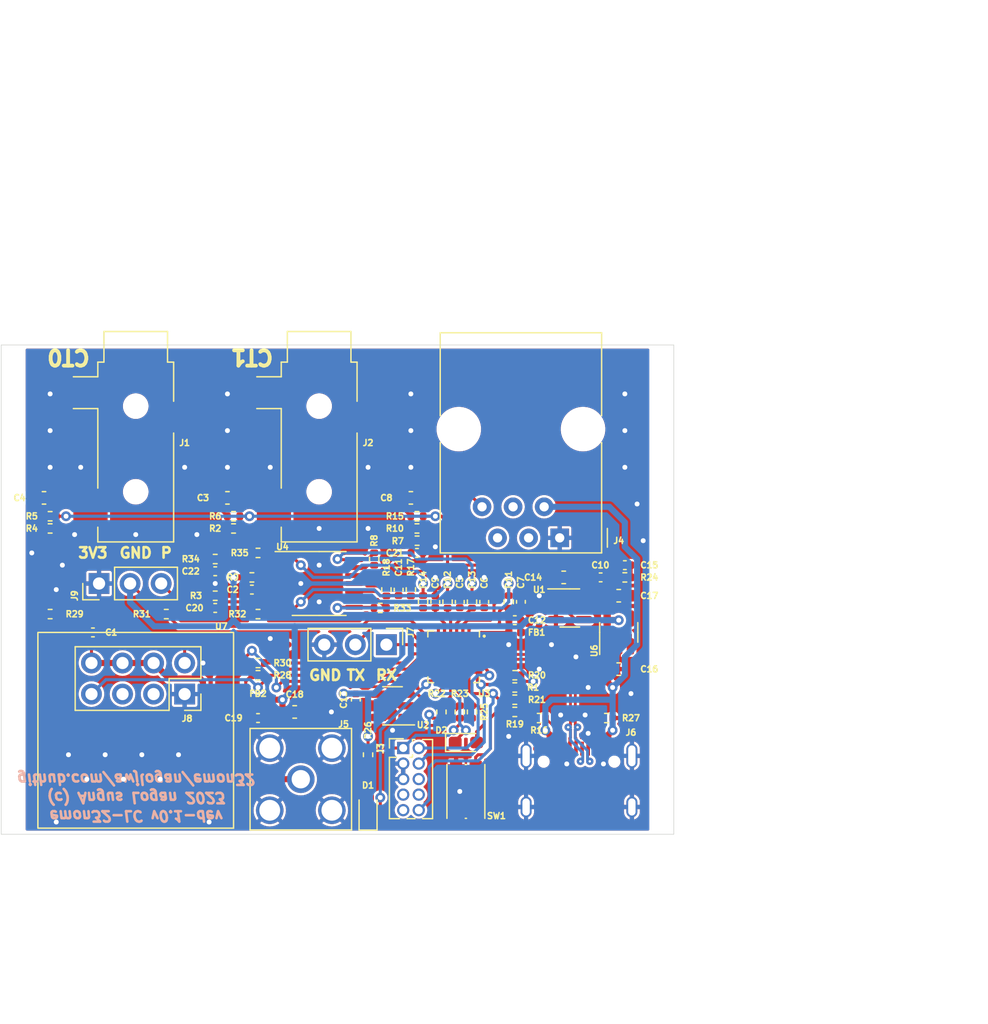
<source format=kicad_pcb>
(kicad_pcb (version 20211014) (generator pcbnew)
  (layers (0 "F.Cu" signal) (1 "In1.Cu" signal) (2 "In2.Cu" signal) (31 "B.Cu" signal) (34 "B.Paste" user) (35 "F.Paste" user) (36 "B.SilkS" user "B.Silkscreen") (37 "F.SilkS" user "F.Silkscreen") (38 "B.Mask" user) (39 "F.Mask" user) (44 "Edge.Cuts" user))
  (net 0 "")
  (net 1 "GND")
  (net 2 "+3V3")
  (net 3 "/V_REF")
  (net 4 "/V_MID")
  (net 5 "/SWCLK")
  (net 6 "/SWDIO")
  (net 7 "+5V")
  (net 8 "Net-(D1-Pad2)")
  (net 9 "/I_CHAN_0")
  (net 10 "/I_CHAN_1")
  (net 11 "/V_AC")
  (net 12 "Net-(D2-Pad2)")
  (net 13 "/~{RST}")
  (net 14 "/SDA")
  (net 15 "/SCL")
  (net 16 "/USB_D+")
  (net 17 "/USB_D-")
  (net 18 "/V_AC_RAW0")
  (net 19 "/UART_DBG_TX")
  (net 20 "/UART_DBG_RX")
  (net 21 "Net-(C2-Pad1)")
  (net 22 "Net-(C3-Pad1)")
  (net 23 "Net-(C3-Pad2)")
  (net 24 "Net-(C4-Pad1)")
  (net 25 "Net-(C4-Pad2)")
  (net 26 "Net-(C8-Pad1)")
  (net 27 "Net-(C10-Pad1)")
  (net 28 "Net-(C11-Pad1)")
  (net 29 "Net-(C12-Pad1)")
  (net 39 "/3V3_TX")
  (net 40 "Net-(J6-PadA5)")
  (net 42 "Net-(J6-PadB5)")
  (net 44 "Net-(R11-Pad2)")
  (net 45 "Net-(R12-Pad2)")
  (net 46 "Net-(R13-Pad1)")
  (net 47 "Net-(R14-Pad2)")
  (net 48 "Net-(R19-Pad2)")
  (net 51 "/~{SS}")
  (net 52 "/SCK")
  (net 53 "/LED_STATUS")
  (net 54 "/LED_PROG")
  (net 57 "/MISO{slash}UART_DATA_RX")
  (net 58 "/MOSI{slash}UART_DATA_TX")
  (net 65 "Net-(R30-Pad2)")
  (net 66 "Net-(R29-Pad2)")
  (net 67 "Net-(R28-Pad2)")
  (net 68 "Net-(J5-Pad1)")
  (net 69 "/PULSE{slash}DS18B20")
  (net 70 "Net-(R1-Pad2)")
  (net 71 "Net-(C20-Pad2)")
  (net 72 "Net-(C21-Pad2)")
  (net 73 "Net-(C22-Pad2)")
  (net 74 "Net-(R8-Pad1)")
  (net 75 "Net-(R32-Pad2)")
  (net 76 "Net-(R33-Pad2)")
  (net 77 "Net-(R35-Pad2)")
  (footprint "Capacitor_SMD:C_0402_1005Metric" (layer "F.Cu") (at 147.5 125 90)
    (fp_text reference "C11")
    (fp_text value "100n")
  )
  (footprint "Capacitor_SMD:C_0402_1005Metric" (layer "F.Cu") (at 135.5 125 180)
    (fp_text reference "C2")
    (fp_text value "100n")
  )
  (footprint "Resistor_SMD:R_0402_1005Metric" (layer "F.Cu") (at 148.5 125 90)
    (fp_text reference "R17")
    (fp_text value "47K")
  )
  (footprint "Resistor_SMD:R_0402_1005Metric" (layer "F.Cu") (at 146.5 125 -90)
    (fp_text reference "R18")
    (fp_text value "47K")
  )
  (footprint "Resistor_SMD:R_0402_1005Metric" (layer "F.Cu") (at 135.5 124 180)
    (fp_text reference "R9")
    (fp_text value "22R")
  )
  (footprint "Capacitor_SMD:C_0603_1608Metric_Pad1.08x0.95mm_HandSolder" (layer "F.Cu") (at 165.5 131.5)
    (fp_text reference "C16")
    (fp_text value "2u2")
  )
  (footprint "Capacitor_SMD:C_0603_1608Metric_Pad1.08x0.95mm_HandSolder" (layer "F.Cu") (at 165.5 125.5)
    (fp_text reference "C17")
    (fp_text value "2u2")
  )
  (footprint "LED_SMD:LED_0603_1608Metric_Pad1.05x0.95mm_HandSolder" (layer "F.Cu") (at 145 143 90)
    (fp_text reference "D1")
    (fp_text value "LED")
  )
  (footprint "Resistor_SMD:R_0402_1005Metric" (layer "F.Cu") (at 157 135 180)
    (fp_text reference "R19")
    (fp_text value "330R")
  )
  (footprint "Button_Switch_SMD:SW_Push_1P1T_NO_CK_KMR2" (layer "F.Cu") (at 153 141.5 90)
    (fp_text reference "SW1")
    (fp_text value "SW_Push")
  )
  (footprint "Resistor_SMD:R_0402_1005Metric" (layer "F.Cu") (at 157 132 180)
    (fp_text reference "R20")
    (fp_text value "3K3")
  )
  (footprint "Resistor_SMD:R_0402_1005Metric" (layer "F.Cu") (at 157 134 180)
    (fp_text reference "R21")
    (fp_text value "5K1")
  )
  (footprint "Resistor_SMD:R_0402_1005Metric" (layer "F.Cu") (at 145 138.5 -90)
    (fp_text reference "R26")
    (fp_text value "330R")
  )
  (footprint "Capacitor_SMD:C_0402_1005Metric" (layer "F.Cu") (at 157 127.5)
    (fp_text reference "C12")
    (fp_text value "100n")
  )
  (footprint "Capacitor_SMD:C_0402_1005Metric" (layer "F.Cu") (at 164.02 124 180)
    (fp_text reference "C10")
    (fp_text value "100n")
  )
  (footprint "Resistor_SMD:R_0402_1005Metric" (layer "F.Cu") (at 166 124)
    (fp_text reference "R24")
    (fp_text value "22R")
  )
  (footprint "Capacitor_SMD:C_0402_1005Metric" (layer "F.Cu") (at 166 123 180)
    (fp_text reference "C15")
    (fp_text value "100n")
  )
  (footprint "Connector_PinHeader_1.27mm:PinHeader_2x05_P1.27mm_Vertical" (layer "F.Cu") (at 147.875 137.95)
    (fp_text reference "J3")
    (fp_text value "Conn_02x05_Odd_Even")
  )
  (footprint "LED_SMD:LED_0603_1608Metric_Pad1.05x0.95mm_HandSolder" (layer "F.Cu") (at 153 137.5)
    (fp_text reference "D2")
    (fp_text value "LED")
  )
  (footprint "Resistor_SMD:R_0402_1005Metric" (layer "F.Cu") (at 153.5 135 90)
    (fp_text reference "R25")
    (fp_text value "330R")
  )
  (footprint "Capacitor_SMD:C_0402_1005Metric" (layer "F.Cu") (at 144 134 -90)
    (fp_text reference "C13")
    (fp_text value "100n")
  )
  (footprint "Resistor_SMD:R_0402_1005Metric" (layer "F.Cu") (at 151 135 90)
    (fp_text reference "R22")
    (fp_text value "3K3")
  )
  (footprint "Resistor_SMD:R_0402_1005Metric" (layer "F.Cu") (at 152.5 135 90)
    (fp_text reference "R23")
    (fp_text value "3K3")
  )
  (footprint "Inductor_SMD:L_0402_1005Metric" (layer "F.Cu") (at 157 128.5 180)
    (fp_text reference "FB1")
    (fp_text value "FerriteBead_Small")
  )
  (footprint "Capacitor_SMD:C_0603_1608Metric_Pad1.08x0.95mm_HandSolder" (layer "F.Cu") (at 161 124)
    (fp_text reference "C14")
    (fp_text value "2u2")
  )
  (footprint "Connector_RJ:RJ12_Amphenol_54601" (layer "F.Cu") (at 160.67 120.77 180)
    (fp_text reference "J4")
    (fp_text value "RJ12")
  )
  (footprint "Resistor_SMD:R_0402_1005Metric" (layer "F.Cu") (at 146 126.5)
    (fp_text reference "R33")
    (fp_text value "330R")
  )
  (footprint "Capacitor_SMD:C_0402_1005Metric" (layer "F.Cu") (at 122.5 128.5)
    (fp_text reference "C1")
    (fp_text value "100n")
  )
  (footprint "Connector_Coaxial:SMA_Amphenol_132203-12_Horizontal" (layer "F.Cu") (at 139.5 140.5 180)
    (fp_text reference "J5")
    (fp_text value "Conn_Coaxial")
  )
  (footprint "Resistor_SMD:R_0402_1005Metric" (layer "F.Cu") (at 149 120)
    (fp_text reference "R10")
    (fp_text value "47K")
  )
  (footprint "Resistor_SMD:R_0402_1005Metric" (layer "F.Cu") (at 134 120)
    (fp_text reference "R2")
    (fp_text value "47K")
  )
  (footprint "Capacitor_SMD:C_0402_1005Metric" (layer "F.Cu") (at 149 122 180)
    (fp_text reference "C21")
    (fp_text value "10n")
  )
  (footprint "Capacitor_SMD:C_0402_1005Metric" (layer "F.Cu") (at 132.5 123.5)
    (fp_text reference "C22")
    (fp_text value "10n")
  )
  (footprint "rfm69cw:RFM69CW" (layer "F.Cu") (at 126 136.5 180)
    (fp_text reference "U7")
    (fp_text value "RFM69CW")
  )
  (footprint "Resistor_SMD:R_0402_1005Metric" (layer "F.Cu") (at 136 132 180)
    (fp_text reference "R28")
    (fp_text value "22R")
  )
  (footprint "Capacitor_SMD:C_0402_1005Metric" (layer "F.Cu") (at 152.5 126 -90)
    (fp_text reference "C5")
    (fp_text value "1n")
  )
  (footprint "Resistor_SMD:R_0402_1005Metric" (layer "F.Cu") (at 145.5 122.5 90)
    (fp_text reference "R8")
    (fp_text value "330R")
  )
  (footprint "Resistor_SMD:R_0402_1005Metric" (layer "F.Cu") (at 151.5 126 90)
    (fp_text reference "R12")
    (fp_text value "330R")
  )
  (footprint "Capacitor_SMD:C_0402_1005Metric" (layer "F.Cu") (at 154.5 126 -90)
    (fp_text reference "C6")
    (fp_text value "1n")
  )
  (footprint "Resistor_SMD:R_0402_1005Metric" (layer "F.Cu") (at 153.5 126 -90)
    (fp_text reference "R13")
    (fp_text value "330R")
  )
  (footprint "Resistor_SMD:R_0402_1005Metric" (layer "F.Cu") (at 136 127 180)
    (fp_text reference "R32")
    (fp_text value "330R")
  )
  (footprint "Resistor_SMD:R_0402_1005Metric" (layer "F.Cu") (at 164.5 135.5)
    (fp_text reference "R27")
    (fp_text value "5K1")
  )
  (footprint "Resistor_SMD:R_0402_1005Metric" (layer "F.Cu") (at 136 122 180)
    (fp_text reference "R35")
    (fp_text value "330R")
  )
  (footprint "Resistor_SMD:R_0402_1005Metric" (layer "F.Cu") (at 119 120)
    (fp_text reference "R4")
    (fp_text value "47K")
  )
  (footprint "Capacitor_SMD:C_0603_1608Metric_Pad1.08x0.95mm_HandSolder" (layer "F.Cu") (at 139 135)
    (fp_text reference "C18")
    (fp_text value "2u2")
  )
  (footprint "Resistor_SMD:R_0402_1005Metric" (layer "F.Cu") (at 119 119 180)
    (fp_text reference "R5")
    (fp_text value "47K")
  )
  (footprint "Capacitor_SMD:C_0402_1005Metric" (layer "F.Cu") (at 157.5 126 90)
    (fp_text reference "C7")
    (fp_text value "1n")
  )
  (footprint "Package_TO_SOT_SMD:SOT-23-5" (layer "F.Cu") (at 147 134.5 180)
    (fp_text reference "U2")
    (fp_text value "AT24CS01-STUM")
  )
  (footprint "Resistor_SMD:R_0402_1005Metric" (layer "F.Cu") (at 149 119 180)
    (fp_text reference "R15")
    (fp_text value "47K")
  )
  (footprint "Resistor_SMD:R_0402_1005Metric" (layer "F.Cu") (at 128.5 127)
    (fp_text reference "R31")
    (fp_text value "3K3")
  )
  (footprint "Capacitor_SMD:C_0603_1608Metric" (layer "F.Cu") (at 148.5 117.5)
    (fp_text reference "C8")
    (fp_text value "10u")
  )
  (footprint "Resistor_SMD:R_0402_1005Metric" (layer "F.Cu") (at 132.5 122.5 180)
    (fp_text reference "R34")
    (fp_text value "3K3")
  )
  (footprint "Resistor_SMD:R_0402_1005Metric" (layer "F.Cu") (at 149.01 121 180)
    (fp_text reference "R7")
    (fp_text value "3K3")
  )
  (footprint "Fiducial:Fiducial_0.5mm_Mask1mm" (layer "F.Cu") (at 138.5 129.5)
    (fp_text reference "FID2" hide)
    (fp_text value "Fiducial")
  )
  (footprint "Resistor_SMD:R_0402_1005Metric" (layer "F.Cu") (at 134 119 180)
    (fp_text reference "R6")
    (fp_text value "47K")
  )
  (footprint "Package_DFN_QFN:QFN-24-1EP_4x4mm_P0.5mm_EP2.6x2.6mm" (layer "F.Cu") (at 152 130.5 -90)
    (fp_text reference "U3")
    (fp_text value "ATSAMD11D14A-M")
  )
  (footprint "Resistor_SMD:R_0402_1005Metric" (layer "F.Cu") (at 136 131 180)
    (fp_text reference "R30")
    (fp_text value "22R")
  )
  (footprint "Connector_Audio:Jack_3.5mm_CUI_SJ-3523-SMT_Horizontal" (layer "F.Cu") (at 141 112.5)
    (fp_text reference "J2")
    (fp_text value "AudioJack3_Ground_Switch")
  )
  (footprint "Connector_Audio:Jack_3.5mm_CUI_SJ-3523-SMT_Horizontal" (layer "F.Cu") (at 126 112.5)
    (fp_text reference "J1")
    (fp_text value "AudioJack3_Ground_Switch")
  )
  (footprint "Package_TO_SOT_SMD:SOT-23-6" (layer "F.Cu") (at 161.5 126.5)
    (fp_text reference "U1")
    (fp_text value "MCP1501-10xCH")
  )
  (footprint "Fiducial:Fiducial_0.5mm_Mask1mm" (layer "F.Cu") (at 160.5 132.5)
    (fp_text reference "FID1" hide)
    (fp_text value "Fiducial")
  )
  (footprint "Resistor_SMD:R_0402_1005Metric" (layer "F.Cu") (at 132.5 125.5 180)
    (fp_text reference "R3")
    (fp_text value "3K3")
  )
  (footprint "Resistor_SMD:R_0402_1005Metric" (layer "F.Cu") (at 156.5 126 90)
    (fp_text reference "R11")
    (fp_text value "330R")
  )
  (footprint "Package_SO:TSSOP-14_4.4x5mm_P0.65mm" (layer "F.Cu") (at 141 124.5)
    (fp_text reference "U4")
    (fp_text value "MCP6004")
  )
  (footprint "Capacitor_SMD:C_0402_1005Metric" (layer "F.Cu") (at 150.5 126 -90)
    (fp_text reference "C9")
    (fp_text value "1n")
  )
  (footprint "Resistor_SMD:R_0402_1005Metric" (layer "F.Cu") (at 159 135.5 180)
    (fp_text reference "R16")
    (fp_text value "5K1")
  )
  (footprint "Inductor_SMD:L_0402_1005Metric" (layer "F.Cu") (at 136 134.5)
    (fp_text reference "FB2")
    (fp_text value "FerriteBead_Small")
  )
  (footprint "Capacitor_SMD:C_0402_1005Metric" (layer "F.Cu") (at 132.5 126.5)
    (fp_text reference "C20")
    (fp_text value "10n")
  )
  (footprint "Capacitor_SMD:C_0603_1608Metric" (layer "F.Cu") (at 118.5 117.5)
    (fp_text reference "C4")
    (fp_text value "10u")
  )
  (footprint "Resistor_SMD:R_0402_1005Metric" (layer "F.Cu") (at 119 127 180)
    (fp_text reference "R29")
    (fp_text value "22R")
  )
  (footprint "Capacitor_SMD:C_0402_1005Metric" (layer "F.Cu") (at 136 135.5)
    (fp_text reference "C19")
    (fp_text value "100n")
  )
  (footprint "valcon-usb:CSP-USC16-TR" (layer "F.Cu") (at 162.5 141.5)
    (fp_text reference "J6")
    (fp_text value "USB_C_Receptacle_USB2.0")
  )
  (footprint "Connector_PinHeader_2.54mm:PinHeader_1x03_P2.54mm_Vertical" (layer "F.Cu") (at 146.5 129.5 -90)
    (fp_text reference "J7")
    (fp_text value "Conn_01x03_Male")
  )
  (footprint "Resistor_SMD:R_0402_1005Metric" (layer "F.Cu") (at 149.5 126 90)
    (fp_text reference "R14")
    (fp_text value "330R")
  )
  (footprint "Connector_PinSocket_2.54mm:PinSocket_2x04_P2.54mm_Vertical" (layer "F.Cu") (at 130 133.54 -90)
    (fp_text reference "J8")
    (fp_text value "Conn_02x04_Odd_Even")
  )
  (footprint "Capacitor_SMD:C_0603_1608Metric" (layer "F.Cu") (at 133.5 117.5)
    (fp_text reference "C3")
    (fp_text value "10u")
  )
  (footprint "Resistor_SMD:R_0402_1005Metric" (layer "F.Cu") (at 157 133 180)
    (fp_text reference "R1")
    (fp_text value "5K1")
  )
  (footprint "Connector_PinHeader_2.54mm:PinHeader_1x03_P2.54mm_Vertical" (layer "F.Cu") (at 123 124.5 90)
    (fp_text reference "J9")
    (fp_text value "Conn_01x03_Male")
  )
  (footprint "Package_TO_SOT_SMD:SOT-23-5" (layer "F.Cu") (at 165.5 128.5 90)
    (fp_text reference "U6")
    (fp_text value "AP2112K-3.3")
  )
  (gr_line (start 115 105) (end 115 145) (layer "Edge.Cuts") (width 0.05))
  (gr_line (start 170 105) (end 115 105) (layer "Edge.Cuts") (width 0.05))
  (gr_line (start 170 145) (end 170 105) (layer "Edge.Cuts") (width 0.05))
  (gr_line (start 115 145) (end 170 145) (layer "Edge.Cuts") (width 0.05))
  (gr_text "github.com/awjlogan/emon32" (at 126 140.5 180) (layer "B.SilkS") (effects (font (size 0.85 0.85) (thickness 0.2125) italic) (justify mirror)))
  (gr_text "(c) Angus Logan 2023" (at 126 142 180) (layer "B.SilkS") (effects (font (size 0.85 0.85) (thickness 0.2125) italic) (justify mirror)))
  (gr_text "emon32-LC v0.1-dev" (at 126 143.5 180) (layer "B.SilkS") (effects (font (size 0.85 0.85) (thickness 0.2125) italic) (justify mirror)))
  (gr_text "TX" (at 144 132) (layer "F.SilkS") (effects (font (size 0.85 0.85) (thickness 0.2125))))
  (gr_text "." (at 154.5 128.5) (layer "F.SilkS") (effects (font (size 0.75 0.75) (thickness 0.1875))))
  (gr_text "CT0" (at 120.5 106 180) (layer "F.SilkS") (effects (font (size 1.25 1.25) (thickness 0.3125))))
  (gr_text "3V3" (at 122.5 122) (layer "F.SilkS") (effects (font (size 0.85 0.85) (thickness 0.2125))))
  (gr_text "GND" (at 141.5 132) (layer "F.SilkS") (effects (font (size 0.85 0.85) (thickness 0.2125))))
  (gr_text "GND" (at 126 122) (layer "F.SilkS") (effects (font (size 0.85 0.85) (thickness 0.2125))))
  (gr_text "CT1" (at 135.5 106 180) (layer "F.SilkS") (effects (font (size 1.25 1.25) (thickness 0.3125))))
  (gr_text "P" (at 128.5 122) (layer "F.SilkS") (effects (font (size 0.85 0.85) (thickness 0.2125))))
  (gr_text "RX" (at 146.5 132) (layer "F.SilkS") (effects (font (size 0.85 0.85) (thickness 0.2125))))
  (via (at 152.5 141.5) (size 0.8) (drill 0.4) (layers "F.Cu" "B.Cu") (net 1))
  (via (at 142 135) (size 0.8) (drill 0.4) (layers "F.Cu" "B.Cu") (net 1))
  (via (at 131.5 131) (size 0.8) (drill 0.4) (layers "F.Cu" "B.Cu") (net 1))
  (via (at 166 109) (size 0.8) (drill 0.4) (layers "F.Cu" "B.Cu") (net 1))
  (via (at 122 140.5) (size 0.8) (drill 0.4) (layers "F.Cu" "B.Cu") (net 1))
  (via (at 121 120.5) (size 0.8) (drill 0.4) (layers "F.Cu" "B.Cu") (net 1))
  (via (at 163 136.75) (size 0.8) (drill 0.4) (layers "F.Cu" "B.Cu") (net 1))
  (via (at 133.5 115) (size 0.8) (drill 0.4) (layers "F.Cu" "B.Cu") (net 1))
  (via (at 139.5 124.5) (size 0.8) (drill 0.4) (layers "F.Cu" "B.Cu") (net 1))
  (via (at 141 126) (size 0.8) (drill 0.4) (layers "F.Cu" "B.Cu") (net 1))
  (via (at 129.5 138.5) (size 0.8) (drill 0.4) (layers "F.Cu" "B.Cu") (net 1))
  (via (at 150.5 121.5) (size 0.8) (drill 0.4) (layers "F.Cu" "B.Cu") (net 1))
  (via (at 159 125.5) (size 0.8) (drill 0.4) (layers "F.Cu" "B.Cu") (net 1))
  (via (at 166.5 133.5) (size 0.8) (drill 0.4) (layers "F.Cu" "B.Cu") (net 1))
  (via (at 145 115) (size 0.8) (drill 0.4) (layers "F.Cu" "B.Cu") (net 1))
  (via (at 128 140.5) (size 0.8) (drill 0.4) (layers "F.Cu" "B.Cu") (net 1))
  (via (at 133.5 109) (size 0.8) (drill 0.4) (layers "F.Cu" "B.Cu") (net 1))
  (via (at 133.5 112) (size 0.8) (drill 0.4) (layers "F.Cu" "B.Cu") (net 1))
  (via (at 156.5 129.5) (size 0.8) (drill 0.4) (layers "F.Cu" "B.Cu") (net 1))
  (via (at 119 109) (size 0.8) (drill 0.4) (layers "F.Cu" "B.Cu") (net 1))
  (via (at 150.5 124) (size 0.8) (drill 0.4) (layers "F.Cu" "B.Cu") (net 1))
  (via (at 126 120.5) (size 0.8) (drill 0.4) (layers "F.Cu" "B.Cu") (net 1))
  (via (at 141 123) (size 0.8) (drill 0.4) (layers "F.Cu" "B.Cu") (net 1))
  (via (at 162 130.5) (size 0.8) (drill 0.4) (layers "F.Cu" "B.Cu") (net 1))
  (via (at 119 112) (size 0.8) (drill 0.4) (layers "F.Cu" "B.Cu") (net 1))
  (via (at 167.5 121) (size 0.8) (drill 0.4) (layers "F.Cu" "B.Cu") (net 1))
  (via (at 156.5 137) (size 0.8) (drill 0.4) (layers "F.Cu" "B.Cu") (net 1))
  (via (at 163 133) (size 0.8) (drill 0.4) (layers "F.Cu" "B.Cu") (net 1))
  (via (at 131 120.5) (size 0.8) (drill 0.4) (layers "F.Cu" "B.Cu") (net 1))
  (via (at 126.5 138.5) (size 0.8) (drill 0.4) (layers "F.Cu" "B.Cu") (net 1))
  (via (at 119.5 144) (size 0.8) (drill 0.4) (layers "F.Cu" "B.Cu") (net 1))
  (via (at 159 131.5) (size 0.8) (drill 0.4) (layers "F.Cu" "B.Cu") (net 1))
  (via (at 148.5 112) (size 0.8) (drill 0.4) (layers "F.Cu" "B.Cu") (net 1))
  (via (at 117.5 122) (size 0.8) (drill 0.4) (layers "F.Cu" "B.Cu") (net 1))
  (via (at 141 120) (size 0.8) (drill 0.4) (layers "F.Cu" "B.Cu") (net 1))
  (via (at 162.75 135.25) (size 0.8) (drill 0.4) (layers "F.Cu" "B.Cu") (net 1))
  (via (at 148.5 115) (size 0.8) (drill 0.4) (layers "F.Cu" "B.Cu") (net 1))
  (via (at 130 115) (size 0.8) (drill 0.4) (layers "F.Cu" "B.Cu") (net 1))
  (via (at 123.5 138.5) (size 0.8) (drill 0.4) (layers "F.Cu" "B.Cu") (net 1))
  (via (at 160.75 135.25) (size 0.8) (drill 0.4) (layers "F.Cu" "B.Cu") (net 1))
  (via (at 132.5 124.5) (size 0.8) (drill 0.4) (layers "F.Cu" "B.Cu") (net 1))
  (via (at 119.5 125) (size 0.8) (drill 0.4) (layers "F.Cu" "B.Cu") (net 1))
  (via (at 166 115) (size 0.8) (drill 0.4) (layers "F.Cu" "B.Cu") (net 1))
  (via (at 137 129) (size 0.8) (drill 0.4) (layers "F.Cu" "B.Cu") (net 1))
  (via (at 137 115) (size 0.8) (drill 0.4) (layers "F.Cu" "B.Cu") (net 1))
  (via (at 132 144) (size 0.8) (drill 0.4) (layers "F.Cu" "B.Cu") (net 1))
  (via (at 167 118) (size 0.8) (drill 0.4) (layers "F.Cu" "B.Cu") (net 1))
  (via (at 166 112) (size 0.8) (drill 0.4) (layers "F.Cu" "B.Cu") (net 1))
  (via (at 119 115) (size 0.8) (drill 0.4) (layers "F.Cu" "B.Cu") (net 1))
  (via (at 125 140.5) (size 0.8) (drill 0.4) (layers "F.Cu" "B.Cu") (net 1))
  (via (at 121.5 115) (size 0.8) (drill 0.4) (layers "F.Cu" "B.Cu") (net 1))
  (via (at 164.25 139.25) (size 0.8) (drill 0.4) (layers "F.Cu" "B.Cu") (net 1))
  (via (at 161.25 139.25) (size 0.8) (drill 0.4) (layers "F.Cu" "B.Cu") (net 1))
  (via (at 147 136.5) (size 0.8) (drill 0.4) (layers "F.Cu" "B.Cu") (net 1))
  (via (at 152.5 124) (size 0.8) (drill 0.4) (layers "F.Cu" "B.Cu") (net 1))
  (via (at 148.5 109) (size 0.8) (drill 0.4) (layers "F.Cu" "B.Cu") (net 1))
  (via (at 160 129.5) (size 0.8) (drill 0.4) (layers "F.Cu" "B.Cu") (net 1))
  (via (at 145 120) (size 0.8) (drill 0.4) (layers "F.Cu" "B.Cu") (net 1))
  (via (at 120 123) (size 0.8) (drill 0.4) (layers "F.Cu" "B.Cu") (net 1))
  (via (at 154.5 124) (size 0.8) (drill 0.4) (layers "F.Cu" "B.Cu") (net 1))
  (via (at 120.5 138.5) (size 0.8) (drill 0.4) (layers "F.Cu" "B.Cu") (net 1))
  (segment (start 150.2955 135.51) (end 150 135.2145) (width 0.25) (layer "F.Cu") (net 2))
  (segment (start 158.5 128.5) (end 157.485 128.5) (width 0.5) (layer "F.Cu") (net 2))
  (segment (start 138 134) (end 138 134.8625) (width 0.5) (layer "F.Cu") (net 2))
  (segment (start 143 133.5) (end 143.98 133.5) (width 0.25) (layer "F.Cu") (net 2))
  (segment (start 134 124) (end 134.99 124) (width 0.5) (layer "F.Cu") (net 2))
  (segment (start 158.5 132.5) (end 157.52 132.5) (width 0.25) (layer "F.Cu") (net 2))
  (segment (start 151 135.51) (end 150.2955 135.51) (width 0.25) (layer "F.Cu") (net 2))
  (segment (start 136.5 134.5) (end 137 134) (width 0.5) (layer "F.Cu") (net 2))
  (segment (start 157.51 132) (end 157.51 132.49) (width 0.25) (layer "F.Cu") (net 2))
  (segment (start 152.5 135.51) (end 153.5 135.51) (width 0.25) (layer "F.Cu") (net 2))
  (segment (start 137 134) (end 138 134) (width 0.5) (layer "F.Cu") (net 2))
  (segment (start 159 128) (end 158.5 128.5) (width 0.5) (layer "F.Cu") (net 2))
  (segment (start 164.55 127.3625) (end 164.55 125.5875) (width 0.25) (layer "F.Cu") (net 2))
  (segment (start 164.6375 125.5) (end 165.4375 124.7) (width 0.25) (layer "F.Cu") (net 2))
  (segment (start 157.52 132.5) (end 157.51 132.49) (width 0.25) (layer "F.Cu") (net 2))
  (segment (start 144 133.52) (end 145.8325 133.52) (width 0.25) (layer "F.Cu") (net 2))
  (segment (start 165.4375 124.7) (end 165.8 124.7) (width 0.25) (layer "F.Cu") (net 2))
  (segment (start 159 127.5) (end 159 128) (width 0.5) (layer "F.Cu") (net 2))
  (segment (start 152.5 135.999854) (end 152 136.499854) (width 0.25) (layer "F.Cu") (net 2))
  (segment (start 165.3625 127.3625) (end 165.5 127.5) (width 0.25) (layer "F.Cu") (net 2))
  (segment (start 157.51 132.49) (end 157.51 133) (width 0.25) (layer "F.Cu") (net 2))
  (segment (start 145 137.99) (end 145 137) (width 0.25) (layer "F.Cu") (net 2))
  (segment (start 164.55 127.3625) (end 165.3625 127.3625) (width 0.25) (layer "F.Cu") (net 2))
  (segment (start 127.99 126.95) (end 125.54 124.5) (width 0.25) (layer "F.Cu") (net 2))
  (segment (start 152.5 135.51) (end 152.5 135.999854) (width 0.25) (layer "F.Cu") (net 2))
  (segment (start 166.51 124) (end 166.51 123.03) (width 0.25) (layer "F.Cu") (net 2))
  (segment (start 165.8 124.7) (end 166.5 124) (width 0.25) (layer "F.Cu") (net 2))
  (segment (start 147.875 137.95) (end 145.04 137.95) (width 0.25) (layer "F.Cu") (net 2))
  (via (at 150 135.2145) (size 0.8) (drill 0.4) (layers "F.Cu" "B.Cu") (net 2))
  (via (at 138 134) (size 0.8) (drill 0.4) (layers "F.Cu" "B.Cu") (net 2))
  (via (at 143 133.5) (size 0.8) (drill 0.4) (layers "F.Cu" "B.Cu") (net 2))
  (via (at 165.5 127.5) (size 0.8) (drill 0.4) (layers "F.Cu" "B.Cu") (net 2))
  (via (at 158.5 132.5) (size 0.8) (drill 0.4) (layers "F.Cu" "B.Cu") (net 2))
  (via (at 152 136.499854) (size 0.8) (drill 0.4) (layers "F.Cu" "B.Cu") (net 2))
  (via (at 159 127.5) (size 0.8) (drill 0.4) (layers "F.Cu" "B.Cu") (net 2))
  (via (at 134 124) (size 0.8) (drill 0.4) (layers "F.Cu" "B.Cu") (net 2))
  (via (at 145 137) (size 0.8) (drill 0.4) (layers "F.Cu" "B.Cu") (net 2))
  (segment (start 150 136.825) (end 150.0875 136.9125) (width 0.25) (layer "B.Cu") (net 2))
  (segment (start 157.5 128) (end 148.5 128) (width 0.5) (layer "B.Cu") (net 2))
  (segment (start 133.5 128) (end 127.5 128) (width 0.5) (layer "B.Cu") (net 2))
  (segment (start 134 127.5) (end 134 124) (width 0.5) (layer "B.Cu") (net 2))
  (segment (start 150.0875 136.9125) (end 151.587354 136.9125) (width 0.25) (layer "B.Cu") (net 2))
  (segment (start 127.5 128) (end 125.54 126.04) (width 0.5) (layer "B.Cu") (net 2))
  (segment (start 151.587354 136.9125) (end 152 136.499854) (width 0.25) (layer "B.Cu") (net 2))
  (segment (start 139 128) (end 134.5 128) (width 0.5) (layer "B.Cu") (net 2))
  (segment (start 139 133) (end 138 134) (width 0.5) (layer "B.Cu") (net 2))
  (segment (start 159 127.5) (end 165.5 127.5) (width 0.5) (layer "B.Cu") (net 2))
  (segment (start 139 128) (end 139 133) (width 0.5) (layer "B.Cu") (net 2))
  (segment (start 145.5 133.5) (end 145 133.5) (width 0.5) (layer "B.Cu") (net 2))
  (segment (start 145 133.5) (end 145 137) (width 0.5) (layer "B.Cu") (net 2))
  (segment (start 145 133.5) (end 143 133.5) (width 0.5) (layer "B.Cu") (net 2))
  (segment (start 148.9125 136.9125) (end 150.0875 136.9125) (width 0.25) (layer "B.Cu") (net 2))
  (segment (start 148.9125 136.9125) (end 147.875 137.95) (width 0.25) (layer "B.Cu") (net 2))
  (segment (start 134 127.5) (end 133.5 128) (width 0.5) (layer "B.Cu") (net 2))
  (segment (start 159 127.5) (end 158 127.5) (width 0.5) (layer "B.Cu") (net 2))
  (segment (start 157.5 131.5) (end 158.5 132.5) (width 0.25) (layer "B.Cu") (net 2))
  (segment (start 148.5 128) (end 139 128) (width 0.5) (layer "B.Cu") (net 2))
  (segment (start 157.5 128) (end 157.5 131.5) (width 0.25) (layer "B.Cu") (net 2))
  (segment (start 150 135.2145) (end 150 136.825) (width 0.25) (layer "B.Cu") (net 2))
  (segment (start 145.5 133.5) (end 148.5 130.5) (width 0.5) (layer "B.Cu") (net 2))
  (segment (start 158 127.5) (end 157.5 128) (width 0.5) (layer "B.Cu") (net 2))
  (segment (start 125.54 126.04) (end 125.54 124.5) (width 0.5) (layer "B.Cu") (net 2))
  (segment (start 148.5 128) (end 148.5 130.5) (width 0.5) (layer "B.Cu") (net 2))
  (segment (start 134.5 128) (end 134 127.5) (width 0.5) (layer "B.Cu") (net 2))
  (segment (start 149 123.5) (end 149.5 123.5) (width 0.25) (layer "F.Cu") (net 3))
  (segment (start 160.1375 124) (end 160.1375 124.6375) (width 0.25) (layer "F.Cu") (net 3))
  (segment (start 152.75 127.886396) (end 152.75 128.5625) (width 0.25) (layer "F.Cu") (net 3))
  (segment (start 149.5 123.5) (end 150 123) (width 0.25) (layer "F.Cu") (net 3))
  (segment (start 155.3 126.2) (end 155.3 127.2) (width 0.25) (layer "F.Cu") (net 3))
  (segment (start 151.5 123) (end 155.5 123) (width 0.25) (layer "F.Cu") (net 3))
  (segment (start 153.136396 127.5) (end 152.75 127.886396) (width 0.25) (layer "F.Cu") (net 3))
  (segment (start 148.5 124) (end 149 123.5) (width 0.25) (layer "F.Cu") (net 3))
  (segment (start 150 123) (end 151.5 123) (width 0.25) (layer "F.Cu") (net 3))
  (segment (start 155.5 126) (end 155.5 123) (width 0.25) (layer "F.Cu") (net 3))
  (segment (start 155 127.5) (end 153.136396 127.5) (width 0.25) (layer "F.Cu") (net 3))
  (segment (start 150.5 119) (end 151 119) (width 0.25) (layer "F.Cu") (net 3))
  (segment (start 150.5 119) (end 149.51 119) (width 0.25) (layer "F.Cu") (net 3))
  (segment (start 160.3625 125.55) (end 160.3625 124.8625) (width 0.25) (layer "F.Cu") (net 3))
  (segment (start 135.300498 119) (end 134.51 119) (width 0.25) (layer "F.Cu") (net 3))
  (segment (start 160.3625 124.8625) (end 160.1375 124.6375) (width 0.25) (layer "F.Cu") (net 3))
  (segment (start 159.1375 123) (end 160.1375 124) (width 0.25) (layer "F.Cu") (net 3))
  (segment (start 151.5 119.5) (end 151.5 123) (width 0.25) (layer "F.Cu") (net 3))
  (segment (start 119.51 119) (end 120.300498 119) (width 0.25) (layer "F.Cu") (net 3))
  (segment (start 151 119) (end 151.5 119.5) (width 0.25) (layer "F.Cu") (net 3))
  (segment (start 148.5 124.49) (end 148.5 124) (width 0.25) (layer "F.Cu") (net 3))
  (segment (start 155.5 123) (end 159.1375 123) (width 0.25) (layer "F.Cu") (net 3))
  (segment (start 155.3 126.2) (end 155.5 126) (width 0.25) (layer "F.Cu") (net 3))
  (segment (start 155.3 127.2) (end 155 127.5) (width 0.25) (layer "F.Cu") (net 3))
  (via (at 150.5 119) (size 0.8) (drill 0.4) (layers "F.Cu" "B.Cu") (net 3))
  (via (at 120.300498 119) (size 0.8) (drill 0.4) (layers "F.Cu" "B.Cu") (net 3))
  (via (at 135.300498 119) (size 0.8) (drill 0.4) (layers "F.Cu" "B.Cu") (net 3))
  (segment (start 135.300498 119) (end 150.5 119) (width 0.25) (layer "B.Cu") (net 3))
  (segment (start 120.300498 119) (end 135.300498 119) (width 0.25) (layer "B.Cu") (net 3))
  (segment (start 156.5 126.51) (end 155.99 126.51) (width 0.25) (layer "F.Cu") (net 4))
  (segment (start 155.75 126.75) (end 155.75 127.75) (width 0.25) (layer "F.Cu") (net 4))
  (segment (start 155.5 128) (end 153.5 128) (width 0.25) (layer "F.Cu") (net 4))
  (segment (start 156.5 126.51) (end 157.47 126.51) (width 0.25) (layer "F.Cu") (net 4))
  (segment (start 155.99 126.51) (end 155.75 126.75) (width 0.25) (layer "F.Cu") (net 4))
  (segment (start 153.5 128) (end 153.25 128.25) (width 0.25) (layer "F.Cu") (net 4))
  (segment (start 155.75 127.75) (end 155.5 128) (width 0.25) (layer "F.Cu") (net 4))
  (segment (start 153.25 128.25) (end 153.25 128.5625) (width 0.25) (layer "F.Cu") (net 4))
  (segment (start 153.9375 131.75) (end 153.9375 132.4375) (width 0.25) (layer "F.Cu") (net 5))
  (segment (start 153.9375 132.4375) (end 154.25 132.75) (width 0.25) (layer "F.Cu") (net 5))
  (segment (start 156 132) (end 156.49 132) (width 0.25) (layer "F.Cu") (net 5))
  (segment (start 155.75 132.5) (end 155.5 132.75) (width 0.25) (layer "F.Cu") (net 5))
  (segment (start 155.75 132.5) (end 155.75 132.25) (width 0.25) (layer "F.Cu") (net 5))
  (segment (start 154.251014 132.75) (end 154.238814 132.7622) (width 0.25) (layer "F.Cu") (net 5))
  (segment (start 154.25 132.75) (end 155.5 132.75) (width 0.25) (layer "F.Cu") (net 5))
  (segment (start 155.75 132.25) (end 156 132) (width 0.25) (layer "F.Cu") (net 5))
  (segment (start 155.5 132.75) (end 154.251014 132.75) (width 0.25) (layer "F.Cu") (net 5))
  (via (at 154.238814 132.7622) (size 0.8) (drill 0.4) (layers "F.Cu" "B.Cu") (net 5))
  (segment (start 154.238814 132.7622) (end 154.238814 133.238814) (width 0.25) (layer "B.Cu") (net 5))
  (segment (start 153.46967 138.5) (end 149.865 138.5) (width 0.25) (layer "B.Cu") (net 5))
  (segment (start 149.865 138.5) (end 149.145 139.22) (width 0.25) (layer "B.Cu") (net 5))
  (segment (start 154.238814 133.238814) (end 154.5 133.5) (width 0.25) (layer "B.Cu") (net 5))
  (segment (start 154.5 137.46967) (end 153.46967 138.5) (width 0.25) (layer "B.Cu") (net 5))
  (segment (start 154.5 133.5) (end 154.5 137.46967) (width 0.25) (layer "B.Cu") (net 5))
  (segment (start 154.75 131.861202) (end 154.914298 132.0255) (width 0.25) (layer "F.Cu") (net 6))
  (segment (start 154.398008 131.25) (end 154.75 131.601992) (width 0.25) (layer "F.Cu") (net 6))
  (segment (start 154.75 131.601992) (end 154.75 131.861202) (width 0.25) (layer "F.Cu") (net 6))
  (segment (start 153.9375 131.25) (end 154.398008 131.25) (width 0.25) (layer "F.Cu") (net 6))
  (via (at 154.914298 132.0255) (size 0.8) (drill 0.4) (layers "F.Cu" "B.Cu") (net 6))
  (segment (start 153.05 137.95) (end 154 137) (width 0.25) (layer "B.Cu") (net 6))
  (segment (start 154 137) (end 154 134) (width 0.25) (layer "B.Cu") (net 6))
  (segment (start 153.5 133.5) (end 153.5 132.475709) (width 0.25) (layer "B.Cu") (net 6))
  (segment (start 153.5 132.475709) (end 153.975709 132) (width 0.25) (layer "B.Cu") (net 6))
  (segment (start 153.975709 132) (end 154.888798 132) (width 0.25) (layer "B.Cu") (net 6))
  (segment (start 154 134) (end 153.5 133.5) (width 0.25) (layer "B.Cu") (net 6))
  (segment (start 149.145 137.95) (end 153.05 137.95) (width 0.25) (layer "B.Cu") (net 6))
  (segment (start 154.888798 132) (end 154.914298 132.0255) (width 0.25) (layer "B.Cu") (net 6))
  (segment (start 164.65 136.85) (end 165 136.5) (width 0.5) (layer "F.Cu") (net 7))
  (segment (start 164.75 128.5) (end 164.55 128.7) (width 0.25) (layer "F.Cu") (net 7))
  (segment (start 159.85 136.85) (end 159.5 136.5) (width 0.5) (layer "F.Cu") (net 7))
  (segment (start 164.55 128.7) (end 164.55 129.6375) (width 0.25) (layer "F.Cu") (net 7))
  (segment (start 166.45 129.6375) (end 166.45 128.7) (width 0.25) (layer "F.Cu") (net 7))
  (segment (start 164.55 129.6375) (end 164.55 131.4125) (width 0.5) (layer "F.Cu") (net 7))
  (segment (start 166.25 128.5) (end 164.75 128.5) (width 0.25) (layer "F.Cu") (net 7))
  (segment (start 166.45 128.7) (end 166.25 128.5) (width 0.25) (layer "F.Cu") (net 7))
  (segment (start 164.6375 132.6375) (end 165 133) (width 0.5) (layer "F.Cu") (net 7))
  (segment (start 159.85 138) (end 159.85 136.85) (width 0.5) (layer "F.Cu") (net 7))
  (segment (start 164.65 138) (end 164.65 136.85) (width 0.5) (layer "F.Cu") (net 7))
  (segment (start 164.6375 131.5) (end 164.6375 132.6375) (width 0.5) (layer "F.Cu") (net 7))
  (via (at 165 133) (size 0.8) (drill 0.4) (layers "F.Cu" "B.Cu") (net 7))
  (via (at 159.5 136.5) (size 0.8) (drill 0.4) (layers "F.Cu" "B.Cu") (net 7))
  (via (at 165 136.5) (size 0.8) (drill 0.4) (layers "F.Cu" "B.Cu") (net 7))
  (segment (start 165 133) (end 166 132) (width 0.5) (layer "B.Cu") (net 7))
  (segment (start 160 134) (end 165 134) (width 0.5) (layer "B.Cu") (net 7))
  (segment (start 165 136.5) (end 165 134) (width 0.5) (layer "B.Cu") (net 7))
  (segment (start 166 121.5) (end 166 119.5) (width 0.5) (layer "B.Cu") (net 7))
  (segment (start 159.4 118.23) (end 164.73 118.23) (width 0.5) (layer "B.Cu") (net 7))
  (segment (start 167 122.5) (end 166 121.5) (width 0.5) (layer "B.Cu") (net 7))
  (segment (start 165 134) (end 165 133) (width 0.5) (layer "B.Cu") (net 7))
  (segment (start 166 132) (end 166 130.5) (width 0.5) (layer "B.Cu") (net 7))
  (segment (start 166 130.5) (end 167 129.5) (width 0.5) (layer "B.Cu") (net 7))
  (segment (start 164.73 118.23) (end 166 119.5) (width 0.5) (layer "B.Cu") (net 7))
  (segment (start 167 129.5) (end 167 122.5) (width 0.5) (layer "B.Cu") (net 7))
  (segment (start 159.5 136.5) (end 159.5 134.5) (width 0.5) (layer "B.Cu") (net 7))
  (segment (start 159.5 134.5) (end 160 134) (width 0.5) (layer "B.Cu") (net 7))
  (segment (start 145 139.01) (end 145 142.025) (width 0.25) (layer "F.Cu") (net 8))
  (segment (start 151.75 127.25) (end 151.5 127) (width 0.25) (layer "F.Cu") (net 9))
  (segment (start 151.5 126.51) (end 152.47 126.51) (width 0.25) (layer "F.Cu") (net 9))
  (segment (start 151.5 127) (end 151.5 126.51) (width 0.25) (layer "F.Cu") (net 9))
  (segment (start 151.75 128.5625) (end 151.75 127.25) (width 0.25) (layer "F.Cu") (net 9))
  (segment (start 149.5 126.51) (end 150.47 126.51) (width 0.25) (layer "F.Cu") (net 10))
  (segment (start 151.25 128.5625) (end 151.25 127.75) (width 0.25) (layer "F.Cu") (net 10))
  (segment (start 151.25 127.75) (end 150.5 127) (width 0.25) (layer "F.Cu") (net 10))
  (segment (start 150.5 127) (end 150.5 126.48) (width 0.25) (layer "F.Cu") (net 10))
  (segment (start 152.25 128.5625) (end 152.25 127.75) (width 0.25) (layer "F.Cu") (net 11))
  (segment (start 153.5 126.51) (end 154.47 126.51) (width 0.25) (layer "F.Cu") (net 11))
  (segment (start 152.25 127.75) (end 153.49 126.51) (width 0.25) (layer "F.Cu") (net 11))
  (segment (start 154.5 135) (end 153.99 134.49) (width 0.25) (layer "F.Cu") (net 12))
  (segment (start 153.875 136.625) (end 154.5 136) (width 0.25) (layer "F.Cu") (net 12))
  (segment (start 153.99 134.49) (end 153.5 134.49) (width 0.25) (layer "F.Cu") (net 12))
  (segment (start 154.5 136) (end 154.5 135) (width 0.25) (layer "F.Cu") (net 12))
  (segment (start 153.875 137.5) (end 153.875 136.625) (width 0.25) (layer "F.Cu") (net 12))
  (segment (start 155.7245 134) (end 155.2245 133.5) (width 0.25) (layer "F.Cu") (net 13))
  (segment (start 155.2245 133.5) (end 153.5 133.5) (width 0.25) (layer "F.Cu") (net 13))
  (segment (start 156.51 134) (end 157.51 135) (width 0.25) (layer "F.Cu") (net 13))
  (segment (start 153.25 132.4375) (end 153.25 133.25) (width 0.25) (layer "F.Cu") (net 13))
  (segment (start 153.25 133.25) (end 153.5 133.5) (width 0.25) (layer "F.Cu") (net 13))
  (segment (start 156.49 134) (end 155.7245 134) (width 0.25) (layer "F.Cu") (net 13))
  (via (at 155.2245 133.5) (size 0.8) (drill 0.4) (layers "F.Cu" "B.Cu") (net 13))
  (segment (start 150 139.5) (end 150 142.175) (width 0.25) (layer "B.Cu") (net 13))
  (segment (start 155 138) (end 155 134.5) (width 0.25) (layer "B.Cu") (net 13))
  (segment (start 155.2245 134.2755) (end 155 134.5) (width 0.25) (layer "B.Cu") (net 13))
  (segment (start 150 142.175) (end 149.145 143.03) (width 0.25) (layer "B.Cu") (net 13))
  (segment (start 150.5 139) (end 150 139.5) (width 0.25) (layer "B.Cu") (net 13))
  (segment (start 154 139) (end 150.5 139) (width 0.25) (layer "B.Cu") (net 13))
  (segment (start 155.2245 133.5) (end 155.2245 134.2755) (width 0.25) (layer "B.Cu") (net 13))
  (segment (start 155 138) (end 154 139) (width 0.25) (layer "B.Cu") (net 13))
  (segment (start 151.75 133.74) (end 151 134.49) (width 0.25) (layer "F.Cu") (net 14))
  (segment (start 148.1375 133.55) (end 149.05 133.55) (width 0.25) (layer "F.Cu") (net 14))
  (segment (start 151.75 132.4375) (end 151.75 133.74) (width 0.25) (layer "F.Cu") (net 14))
  (segment (start 149.05 133.55) (end 149.99 134.49) (width 0.25) (layer "F.Cu") (net 14))
  (segment (start 149.99 134.49) (end 151 134.49) (width 0.25) (layer "F.Cu") (net 14))
  (segment (start 149.605 136.105) (end 151.395 136.105) (width 0.25) (layer "F.Cu") (net 15))
  (segment (start 148.1375 135.45) (end 148.95 135.45) (width 0.25) (layer "F.Cu") (net 15))
  (segment (start 152.5 134.49) (end 152.5 133.5) (width 0.25) (layer "F.Cu") (net 15))
  (segment (start 151.845 135.145) (end 152.5 134.49) (width 0.25) (layer "F.Cu") (net 15))
  (segment (start 148.95 135.45) (end 149.605 136.105) (width 0.25) (layer "F.Cu") (net 15))
  (segment (start 151.395 136.105) (end 151.845 135.655) (width 0.25) (layer "F.Cu") (net 15))
  (segment (start 152.25 132.4375) (end 152.25 133.25) (width 0.25) (layer "F.Cu") (net 15))
  (segment (start 152.5 133.5) (end 152.25 133.25) (width 0.25) (layer "F.Cu") (net 15))
  (segment (start 151.845 135.655) (end 151.845 135.145) (width 0.25) (layer "F.Cu") (net 15))
  (segment (start 161.947501 136.065001) (end 161.947501 131.668193) (width 0.23) (layer "F.Cu") (net 16))
  (segment (start 162.1325 136.25) (end 161.947501 136.065001) (width 0.23) (layer "F.Cu") (net 16))
  (segment (start 161.947501 136.434999) (end 162.1325 136.25) (width 0.23) (layer "F.Cu") (net 16))
  (segment (start 153.989999 130.302499) (end 153.9375 130.25) (width 0.23) (layer "F.Cu") (net 16))
  (segment (start 163 138.42) (end 162.9475 138.4725) (width 0.23) (layer "F.Cu") (net 16))
  (segment (start 160.581807 130.302499) (end 153.989999 130.302499) (width 0.23) (layer "F.Cu") (net 16))
  (segment (start 162 137.144999) (end 161.9475 137.092499) (width 0.23) (layer "F.Cu") (net 16))
  (segment (start 162.947501 138.856046) (end 163.1325 139.041045) (width 0.23) (layer "F.Cu") (net 16))
  (segment (start 162 138) (end 162 137.144999) (width 0.23) (layer "F.Cu") (net 16))
  (segment (start 161.947501 131.668193) (end 160.581807 130.302499) (width 0.23) (layer "F.Cu") (net 16))
  (segment (start 162.9475 138.4725) (end 162.947501 138.856046) (width 0.23) (layer "F.Cu") (net 16))
  (segment (start 161.9475 137.092499) (end 161.947501 136.434999) (width 0.23) (layer "F.Cu") (net 16))
  (via (at 163.1325 139.041045) (size 0.6) (drill 0.2) (layers "F.Cu" "B.Cu") (net 16))
  (via (at 162.1325 136.25) (size 0.6) (drill 0.2) (layers "F.Cu" "B.Cu") (net 16))
  (segment (start 162.947501 138.168193) (end 161.947501 137.168193) (width 0.23) (layer "B.Cu") (net 16))
  (segment (start 162.947501 138.856046) (end 162.947501 138.168193) (width 0.23) (layer "B.Cu") (net 16))
  (segment (start 161.947501 136.434999) (end 162.1325 136.25) (width 0.23) (layer "B.Cu") (net 16))
  (segment (start 163.1325 139.041045) (end 162.947501 138.856046) (width 0.23) (layer "B.Cu") (net 16))
  (segment (start 161.947501 137.168193) (end 161.947501 136.434999) (width 0.23) (layer "B.Cu") (net 16))
  (segment (start 162.5 138.42) (end 162.5525 138.4725) (width 0.23) (layer "F.Cu") (net 17))
  (segment (start 161.5525 137.092499) (end 161.552499 136.434999) (width 0.23) (layer "F.Cu") (net 17))
  (segment (start 161.552499 131.831807) (end 160.418193 130.697501) (width 0.23) (layer "F.Cu") (net 17))
  (segment (start 161.552499 136.065001) (end 161.552499 131.831807) (width 0.23) (layer "F.Cu") (net 17))
  (segment (start 162.552499 138.856046) (end 162.3675 139.041045) (width 0.23) (layer "F.Cu") (net 17))
  (segment (start 153.989999 130.697501) (end 153.9375 130.75) (width 0.23) (layer "F.Cu") (net 17))
  (segment (start 161.552499 136.434999) (end 161.3675 136.25) (width 0.23) (layer "F.Cu") (net 17))
  (segment (start 161.3675 136.25) (end 161.552499 136.065001) (width 0.23) (layer "F.Cu") (net 17))
  (segment (start 162.5525 138.4725) (end 162.552499 138.856046) (width 0.23) (layer "F.Cu") (net 17))
  (segment (start 160.418193 130.697501) (end 153.989999 130.697501) (width 0.23) (layer "F.Cu") (net 17))
  (segment (start 161.5 138) (end 161.5 137.144999) (width 0.23) (layer "F.Cu") (net 17))
  (segment (start 161.5 137.144999) (end 161.5525 137.092499) (width 0.23) (layer "F.Cu") (net 17))
  (via (at 161.3675 136.25) (size 0.6) (drill 0.2) (layers "F.Cu" "B.Cu") (net 17))
  (via (at 162.3675 139.041045) (size 0.6) (drill 0.2) (layers "F.Cu" "B.Cu") (net 17))
  (segment (start 162.552499 138.331807) (end 161.552499 137.331807) (width 0.23) (layer "B.Cu") (net 17))
  (segment (start 162.552499 138.856046) (end 162.552499 138.331807) (width 0.23) (layer "B.Cu") (net 17))
  (segment (start 162.3675 139.041045) (end 162.552499 138.856046) (width 0.23) (layer "B.Cu") (net 17))
  (segment (start 161.552499 136.434999) (end 161.3675 136.25) (width 0.23) (layer "B.Cu") (net 17))
  (segment (start 161.552499 137.331807) (end 161.552499 136.434999) (width 0.23) (layer "B.Cu") (net 17))
  (segment (start 153.59 117.5) (end 154.32 118.23) (width 0.25) (layer "F.Cu") (net 18))
  (segment (start 149.275 117.5) (end 153.59 117.5) (width 0.25) (layer "F.Cu") (net 18))
  (segment (start 148 128) (end 145.46 128) (width 0.25) (layer "F.Cu") (net 19))
  (segment (start 145.46 128) (end 143.96 129.5) (width 0.25) (layer "F.Cu") (net 19))
  (segment (start 150.0625 129.25) (end 149.25 129.25) (width 0.25) (layer "F.Cu") (net 19))
  (segment (start 149.25 129.25) (end 148 128) (width 0.25) (layer "F.Cu") (net 19))
  (segment (start 150.0625 129.75) (end 149.113604 129.75) (width 0.25) (layer "F.Cu") (net 20))
  (segment (start 148.863604 129.5) (end 149.113604 129.75) (width 0.25) (layer "F.Cu") (net 20))
  (segment (start 146.5 129.5) (end 148.863604 129.5) (width 0.25) (layer "F.Cu") (net 20))
  (segment (start 136.01 124.49) (end 136.01 124.97) (width 0.25) (layer "F.Cu") (net 21))
  (segment (start 136.01 124) (end 136.01 124.49) (width 0.25) (layer "F.Cu") (net 21))
  (segment (start 136.02 124.5) (end 136.01 124.49) (width 0.25) (layer "F.Cu") (net 21))
  (segment (start 138.1375 124.5) (end 136.02 124.5) (width 0.25) (layer "F.Cu") (net 21))
  (segment (start 132.5 121) (end 133 121) (width 0.25) (layer "F.Cu") (net 22))
  (segment (start 131.99 122.5) (end 131.99 121.51) (width 0.25) (layer "F.Cu") (net 22))
  (segment (start 132.725 118.235) (end 133.49 119) (width 0.25) (layer "F.Cu") (net 22))
  (segment (start 132.725 117.5) (end 132.725 118.235) (width 0.25) (layer "F.Cu") (net 22))
  (segment (start 131.99 121.51) (end 132.5 121) (width 0.25) (layer "F.Cu") (net 22))
  (segment (start 133.49 119) (end 133.49 120) (width 0.25) (layer "F.Cu") (net 22))
  (segment (start 133.49 120.51) (end 133 121) (width 0.25) (layer "F.Cu") (net 22))
  (segment (start 133.49 120) (end 133.49 120.51) (width 0.25) (layer "F.Cu") (net 22))
  (segment (start 136.5 117.5) (end 134.275 117.5) (width 0.25) (layer "F.Cu") (net 23))
  (segment (start 118.49 120) (end 118.49 121.49) (width 0.25) (layer "F.Cu") (net 24))
  (segment (start 128.49 122) (end 131.99 125.5) (width 0.25) (layer "F.Cu") (net 24))
  (segment (start 117.725 118.235) (end 118.49 119) (width 0.25) (layer "F.Cu") (net 24))
  (segment (start 119 122) (end 128.49 122) (width 0.25) (layer "F.Cu") (net 24))
  (segment (start 117.725 117.5) (end 117.725 118.235) (width 0.25) (layer "F.Cu") (net 24))
  (segment (start 118.49 119) (end 118.49 120) (width 0.25) (layer "F.Cu") (net 24))
  (segment (start 118.49 121.49) (end 119 122) (width 0.25) (layer "F.Cu") (net 24))
  (segment (start 121.5 117.5) (end 119.275 117.5) (width 0.25) (layer "F.Cu") (net 25))
  (segment (start 147.725 117.5) (end 147.725 118.235) (width 0.25) (layer "F.Cu") (net 26))
  (segment (start 148.52 120) (end 149.52 121) (width 0.25) (layer "F.Cu") (net 26))
  (segment (start 147.725 118.235) (end 148.49 119) (width 0.25) (layer "F.Cu") (net 26))
  (segment (start 148.49 119) (end 148.49 120) (width 0.25) (layer "F.Cu") (net 26))
  (segment (start 162.95 125.5) (end 163.75 124.7) (width 0.25) (layer "F.Cu") (net 27))
  (segment (start 161.5 126) (end 161.5 127) (width 0.25) (layer "F.Cu") (net 27))
  (segment (start 164.5 124.5) (end 164.5 124) (width 0.25) (layer "F.Cu") (net 27))
  (segment (start 163.75 124.7) (end 164.3 124.7) (width 0.25) (layer "F.Cu") (net 27))
  (segment (start 161.95 125.55) (end 161.5 126) (width 0.25) (layer "F.Cu") (net 27))
  (segment (start 162.6375 125.55) (end 161.95 125.55) (width 0.25) (layer "F.Cu") (net 27))
  (segment (start 161.95 127.45) (end 162.6375 127.45) (width 0.25) (layer "F.Cu") (net 27))
  (segment (start 164.5 124) (end 165.49 124) (width 0.25) (layer "F.Cu") (net 27))
  (segment (start 161.5 127) (end 161.95 127.45) (width 0.25) (layer "F.Cu") (net 27))
  (segment (start 164.3 124.7) (end 164.5 124.5) (width 0.25) (layer "F.Cu") (net 27))
  (segment (start 148.5 125.51) (end 147.53 125.51) (width 0.25) (layer "F.Cu") (net 28))
  (segment (start 143.8625 125.15) (end 145.65 125.15) (width 0.25) (layer "F.Cu") (net 28))
  (segment (start 145.65 125.15) (end 146.01 125.51) (width 0.25) (layer "F.Cu") (net 28))
  (segment (start 147.5 125.48) (end 146.53 125.48) (width 0.25) (layer "F.Cu") (net 28))
  (segment (start 146.01 125.51) (end 146.5 125.51) (width 0.25) (layer "F.Cu") (net 28))
  (segment (start 156.52 127.5) (end 156.52 128.495) (width 0.25) (layer "F.Cu") (net 29))
  (segment (start 153.9375 129.25) (end 153.9375 128.8125) (width 0.25) (layer "F.Cu") (net 29))
  (segment (start 153.9375 128.8125) (end 154.25 128.5) (width 0.25) (layer "F.Cu") (net 29))
  (segment (start 154.25 128.5) (end 156.515 128.5) (width 0.25) (layer "F.Cu") (net 29))
  (segment (start 122.38 131) (end 124.92 131) (width 0.5) (layer "F.Cu") (net 39))
  (segment (start 132 140.5) (end 131.5 140) (width 0.5) (layer "F.Cu") (net 39))
  (segment (start 122 129.5) (end 122 128.52) (width 0.25) (layer "F.Cu") (net 39))
  (segment (start 122.38 129.88) (end 122 129.5) (width 0.25) (layer "F.Cu") (net 39))
  (segment (start 131.5 135.5) (end 135.52 135.5) (width 0.5) (layer "F.Cu") (net 39))
  (segment (start 133.5 140.5) (end 132 140.5) (width 0.5) (layer "F.Cu") (net 39))
  (segment (start 131.5 140) (end 131.5 135.5) (width 0.5) (layer "F.Cu") (net 39))
  (segment (start 135.515 134.5) (end 135.515 135.495) (width 0.5) (layer "F.Cu") (net 39))
  (segment (start 128.725722 132.265722) (end 127.46 131) (width 0.5) (layer "F.Cu") (net 39))
  (segment (start 131.5 132.5) (end 131.265722 132.265722) (width 0.5) (layer "F.Cu") (net 39))
  (segment (start 131.265722 132.265722) (end 128.725722 132.265722) (width 0.5) (layer "F.Cu") (net 39))
  (segment (start 127.46 131) (end 124.92 131) (width 0.5) (layer "F.Cu") (net 39))
  (segment (start 122.38 131) (end 122.38 129.88) (width 0.25) (layer "F.Cu") (net 39))
  (segment (start 131.5 135.5) (end 131.5 132.5) (width 0.5) (layer "F.Cu") (net 39))
  (segment (start 161 137) (end 161 138) (width 0.2) (layer "F.Cu") (net 40))
  (segment (start 159.51 135.51) (end 161 137) (width 0.2) (layer "F.Cu") (net 40))
  (segment (start 164 135.51) (end 164 138) (width 0.2) (layer "F.Cu") (net 42))
  (segment (start 156.5 125.49) (end 156.5 124.5) (width 0.25) (layer "F.Cu") (net 44))
  (segment (start 143.8625 126.45) (end 145.44 126.45) (width 0.25) (layer "F.Cu") (net 44))
  (segment (start 143.8625 126.45) (end 142.55 126.45) (width 0.25) (layer "F.Cu") (net 44))
  (segment (start 142.55 126.45) (end 142.5 126.5) (width 0.25) (layer "F.Cu") (net 44))
  (via (at 156.5 124.5) (size 0.8) (drill 0.4) (layers "F.Cu" "B.Cu") (net 44))
  (via (at 142.5 126.5) (size 0.8) (drill 0.4) (layers "F.Cu" "B.Cu") (net 44))
  (segment (start 156 126.5) (end 142.5 126.5) (width 0.25) (layer "B.Cu") (net 44))
  (segment (start 156.5 124.5) (end 156.5 126) (width 0.25) (layer "B.Cu") (net 44))
  (segment (start 156.5 126) (end 156 126.5) (width 0.25) (layer "B.Cu") (net 44))
  (segment (start 138.1375 126.8625) (end 138 127) (width 0.25) (layer "F.Cu") (net 45))
  (segment (start 138.1375 126.45) (end 139.05 126.45) (width 0.25) (layer "F.Cu") (net 45))
  (segment (start 138 127) (end 136.51 127) (width 0.25) (layer "F.Cu") (net 45))
  (segment (start 151.5 125.49) (end 151.5 124.5) (width 0.25) (layer "F.Cu") (net 45))
  (segment (start 138.1375 126.45) (end 138.1375 126.8625) (width 0.25) (layer "F.Cu") (net 45))
  (segment (start 139.05 126.45) (end 139.5 126) (width 0.25) (layer "F.Cu") (net 45))
  (via (at 139.5 126) (size 0.8) (drill 0.4) (layers "F.Cu" "B.Cu") (net 45))
  (via (at 151.5 124.5) (size 0.8) (drill 0.4) (layers "F.Cu" "B.Cu") (net 45))
  (segment (start 145.5 125) (end 140.5 125) (width 0.25) (layer "B.Cu") (net 45))
  (segment (start 140.5 125) (end 139.5 126) (width 0.25) (layer "B.Cu") (net 45))
  (segment (start 151.5 124.5) (end 150.5 125.5) (width 0.25) (layer "B.Cu") (net 45))
  (segment (start 146 125.5) (end 145.5 125) (width 0.25) (layer "B.Cu") (net 45))
  (segment (start 150.5 125.5) (end 146 125.5) (width 0.25) (layer "B.Cu") (net 45))
  (segment (start 144.95 122.55) (end 145.5 122) (width 0.25) (layer "F.Cu") (net 46))
  (segment (start 153.5 125.49) (end 153.5 124.5) (width 0.25) (layer "F.Cu") (net 46))
  (segment (start 143.8625 122.55) (end 142.55 122.55) (width 0.25) (layer "F.Cu") (net 46))
  (segment (start 142.55 122.55) (end 142.5 122.5) (width 0.25) (layer "F.Cu") (net 46))
  (segment (start 143.8625 122.55) (end 144.95 122.55) (width 0.25) (layer "F.Cu") (net 46))
  (via (at 142.5 122.5) (size 0.8) (drill 0.4) (layers "F.Cu" "B.Cu") (net 46))
  (via (at 153.5 124.5) (size 0.8) (drill 0.4) (layers "F.Cu" "B.Cu") (net 46))
  (segment (start 149 122.5) (end 148.5 122) (width 0.25) (layer "B.Cu") (net 46))
  (segment (start 153.5 123) (end 153 122.5) (width 0.25) (layer "B.Cu") (net 46))
  (segment (start 143 122) (end 142.5 122.5) (width 0.25) (layer "B.Cu") (net 46))
  (segment (start 153.5 124.5) (end 153.5 123) (width 0.25) (layer "B.Cu") (net 46))
  (segment (start 153 122.5) (end 149 122.5) (width 0.25) (layer "B.Cu") (net 46))
  (segment (start 148.5 122) (end 143 122) (width 0.25) (layer "B.Cu") (net 46))
  (segment (start 149.5 125.49) (end 149.5 124.5) (width 0.25) (layer "F.Cu") (net 47))
  (segment (start 138.1375 122.1375) (end 138 122) (width 0.25) (layer "F.Cu") (net 47))
  (segment (start 138 122) (end 136.51 122) (width 0.25) (layer "F.Cu") (net 47))
  (segment (start 139.05 122.55) (end 139.5 123) (width 0.25) (layer "F.Cu") (net 47))
  (segment (start 138.1375 122.55) (end 139.05 122.55) (width 0.25) (layer "F.Cu") (net 47))
  (segment (start 138.1375 122.55) (end 138.1375 122.1375) (width 0.25) (layer "F.Cu") (net 47))
  (via (at 149.5 124.5) (size 0.8) (drill 0.4) (layers "F.Cu" "B.Cu") (net 47))
  (via (at 139.5 123) (size 0.8) (drill 0.4) (layers "F.Cu" "B.Cu") (net 47))
  (segment (start 140.5 124) (end 143.5 124) (width 0.25) (layer "B.Cu") (net 47))
  (segment (start 149 123.5) (end 147.5 123.5) (width 0.25) (layer "B.Cu") (net 47))
  (segment (start 147.5 123.5) (end 147 123) (width 0.25) (layer "B.Cu") (net 47))
  (segment (start 139.5 123) (end 140.5 124) (width 0.25) (layer "B.Cu") (net 47))
  (segment (start 143.5 124) (end 144.5 123) (width 0.25) (layer "B.Cu") (net 47))
  (segment (start 149 123.5) (end 149.5 124) (width 0.25) (layer "B.Cu") (net 47))
  (segment (start 149.5 124) (end 149.5 124.5) (width 0.25) (layer "B.Cu") (net 47))
  (segment (start 144.5 123) (end 147 123) (width 0.25) (layer "B.Cu") (net 47))
  (segment (start 153.8 138.7) (end 154 138.5) (width 0.25) (layer "F.Cu") (net 48))
  (segment (start 155.5 135) (end 156.49 135) (width 0.25) (layer "F.Cu") (net 48))
  (segment (start 154.5 138.5) (end 155 138) (width 0.25) (layer "F.Cu") (net 48))
  (segment (start 155 138) (end 155 135.5) (width 0.25) (layer "F.Cu") (net 48))
  (segment (start 153.8 139.45) (end 153.8 138.7) (width 0.25) (layer "F.Cu") (net 48))
  (segment (start 154 138.5) (end 154.5 138.5) (width 0.25) (layer "F.Cu") (net 48))
  (segment (start 155 135.5) (end 155.5 135) (width 0.25) (layer "F.Cu") (net 48))
  (segment (start 153.8 139.45) (end 153.8 143.55) (width 0.25) (layer "F.Cu") (net 48))
  (segment (start 150.0625 131.75) (end 149.25 131.75) (width 0.25) (layer "F.Cu") (net 51))
  (segment (start 149.25 131.75) (end 148.5 132.5) (width 0.25) (layer "F.Cu") (net 51))
  (segment (start 138 132.5) (end 137.5 133) (width 0.25) (layer "F.Cu") (net 51))
  (segment (start 135 130.5) (end 135.5 130) (width 0.25) (layer "F.Cu") (net 51))
  (segment (start 148.5 132.5) (end 138 132.5) (width 0.25) (layer "F.Cu") (net 51))
  (segment (start 133.5 130.5) (end 135 130.5) (width 0.25) (layer "F.Cu") (net 51))
  (via (at 135.5 130) (size 0.8) (drill 0.4) (layers "F.Cu" "B.Cu") (net 51))
  (via (at 137.5 133) (size 0.8) (drill 0.4) (layers "F.Cu" "B.Cu") (net 51))
  (segment (start 137.5 132) (end 137.5 133) (width 0.25) (layer "B.Cu") (net 51))
  (segment (start 135.5 130) (end 137.5 132) (width 0.25) (layer "B.Cu") (net 51))
  (segment (start 148.977208 130.75) (end 148.227208 131.5) (width 0.25) (layer "F.Cu") (net 52))
  (segment (start 148.227208 131.5) (end 138 131.5) (width 0.25) (layer "F.Cu") (net 52))
  (segment (start 138 131.5) (end 137.5 131) (width 0.25) (layer "F.Cu") (net 52))
  (segment (start 150.0625 130.75) (end 148.977208 130.75) (width 0.25) (layer "F.Cu") (net 52))
  (segment (start 137.5 131) (end 136.51 131) (width 0.25) (layer "F.Cu") (net 52))
  (segment (start 150.75 132.4375) (end 150.0625 132.4375) (width 0.2) (layer "F.Cu") (net 53))
  (segment (start 146 143.5) (end 146 142) (width 0.25) (layer "F.Cu") (net 53))
  (segment (start 145 143.875) (end 145.625 143.875) (width 0.25) (layer "F.Cu") (net 53))
  (segment (start 145.625 143.875) (end 146 143.5) (width 0.25) (layer "F.Cu") (net 53))
  (segment (start 150.0625 132.4375) (end 149.75 132.75) (width 0.2) (layer "F.Cu") (net 53))
  (via (at 149.75 132.75) (size 0.8) (drill 0.4) (layers "F.Cu" "B.Cu") (net 53))
  (via (at 146 142) (size 0.8) (drill 0.4) (layers "F.Cu" "B.Cu") (net 53))
  (segment (start 146 136.5) (end 146 142) (width 0.25) (layer "B.Cu") (net 53))
  (segment (start 149.75 132.75) (end 146 136.5) (width 0.25) (layer "B.Cu") (net 53))
  (segment (start 151.25 132.4375) (end 151.25 132.898008) (width 0.25) (layer "F.Cu") (net 54))
  (segment (start 152.125 137.375) (end 153 136.5) (width 0.25) (layer "F.Cu") (net 54))
  (segment (start 151.25 132.898008) (end 150.648008 133.5) (width 0.25) (layer "F.Cu") (net 54))
  (segment (start 150.648008 133.5) (end 150.5 133.5) (width 0.25) (layer "F.Cu") (net 54))
  (via (at 153 136.5) (size 0.8) (drill 0.4) (layers "F.Cu" "B.Cu") (net 54))
  (via (at 150.5 133.5) (size 0.8) (drill 0.4) (layers "F.Cu" "B.Cu") (net 54))
  (segment (start 152 133.5) (end 150.5 133.5) (width 0.25) (layer "B.Cu") (net 54))
  (segment (start 152.5 136) (end 152.5 134) (width 0.25) (layer "B.Cu") (net 54))
  (segment (start 152.5 134) (end 152 133.5) (width 0.25) (layer "B.Cu") (net 54))
  (segment (start 153 136.5) (end 152.5 136) (width 0.25) (layer "B.Cu") (net 54))
  (segment (start 130 129) (end 126 129) (width 0.25) (layer "F.Cu") (net 57))
  (segment (start 124 127) (end 119.51 127) (width 0.25) (layer "F.Cu") (net 57))
  (segment (start 138.5 131) (end 137.474695 129.974695) (width 0.25) (layer "F.Cu") (net 57))
  (segment (start 150.0625 130.25) (end 148.75 130.25) (width 0.25) (layer "F.Cu") (net 57))
  (segment (start 148.75 130.25) (end 148 131) (width 0.25) (layer "F.Cu") (net 57))
  (segment (start 137.474695 129.974695) (end 136.5 129.974695) (width 0.25) (layer "F.Cu") (net 57))
  (segment (start 148 131) (end 138.5 131) (width 0.25) (layer "F.Cu") (net 57))
  (segment (start 136.5 129.974695) (end 135.525306 129) (width 0.25) (layer "F.Cu") (net 57))
  (segment (start 135.525306 129) (end 130 129) (width 0.25) (layer "F.Cu") (net 57))
  (segment (start 130 129) (end 130 131) (width 0.25) (layer "F.Cu") (net 57))
  (segment (start 126 129) (end 124 127) (width 0.25) (layer "F.Cu") (net 57))
  (segment (start 136.51 132) (end 136.51 132.49) (width 0.25) (layer "F.Cu") (net 58))
  (segment (start 148.363604 132) (end 136.51 132) (width 0.25) (layer "F.Cu") (net 58))
  (segment (start 150.0625 131.25) (end 149.113604 131.25) (width 0.25) (layer "F.Cu") (net 58))
  (segment (start 136.51 132.49) (end 136 133) (width 0.25) (layer "F.Cu") (net 58))
  (segment (start 149.113604 131.25) (end 148.363604 132) (width 0.25) (layer "F.Cu") (net 58))
  (via (at 136 133) (size 0.8) (drill 0.4) (layers "F.Cu" "B.Cu") (net 58))
  (segment (start 136 133) (end 135.365 132.365) (width 0.25) (layer "B.Cu") (net 58))
  (segment (start 135.365 132.365) (end 123.555 132.365) (width 0.25) (layer "B.Cu") (net 58))
  (segment (start 123.555 132.365) (end 122.38 133.54) (width 0.25) (layer "B.Cu") (net 58))
  (segment (start 133.99 132.5) (end 135.49 131) (width 0.25) (layer "F.Cu") (net 65))
  (segment (start 134 132.5) (end 135.5 131) (width 0.25) (layer "F.Cu") (net 65))
  (segment (start 118.49 127) (end 118.49 130.49) (width 0.25) (layer "F.Cu") (net 66))
  (segment (start 135 132.5) (end 135 132.49) (width 0.25) (layer "F.Cu") (net 67))
  (segment (start 134 134.5) (end 135 133.5) (width 0.25) (layer "F.Cu") (net 67))
  (segment (start 135 132.49) (end 135.49 132) (width 0.25) (layer "F.Cu") (net 67))
  (segment (start 135 133.5) (end 135 132.5) (width 0.25) (layer "F.Cu") (net 67))
  (segment (start 135 132.5) (end 135.5 132) (width 0.25) (layer "F.Cu") (net 67))
  (segment (start 136 140.5) (end 139.5 140.5) (width 0.5) (layer "F.Cu") (net 68))
  (segment (start 134 142.5) (end 136 140.5) (width 0.5) (layer "F.Cu") (net 68))
  (segment (start 129.01 125.43) (end 128.08 124.5) (width 0.25) (layer "F.Cu") (net 69))
  (segment (start 129 127.5) (end 129 127.01) (width 0.25) (layer "F.Cu") (net 69))
  (segment (start 129.5 128) (end 129 127.5) (width 0.25) (layer "F.Cu") (net 69))
  (segment (start 129.01 127) (end 129.01 125.43) (width 0.25) (layer "F.Cu") (net 69))
  (segment (start 150.75 128.5625) (end 149.5625 128.5625) (width 0.25) (layer "F.Cu") (net 69))
  (segment (start 148.5 127.5) (end 145 127.5) (width 0.25) (layer "F.Cu") (net 69))
  (segment (start 145 127.5) (end 144.5 128) (width 0.25) (layer "F.Cu") (net 69))
  (segment (start 129.5 128) (end 144.5 128) (width 0.25) (layer "F.Cu") (net 69))
  (segment (start 149.5625 128.5625) (end 148.5 127.5) (width 0.25) (layer "F.Cu") (net 69))
  (segment (start 156.51 133) (end 157.51 134) (width 0.25) (layer "F.Cu") (net 70))
  (segment (start 138.1375 125.15) (end 136.85 125.15) (width 0.25) (layer "F.Cu") (net 71))
  (segment (start 133.02 126) (end 133.01 126.01) (width 0.25) (layer "F.Cu") (net 71))
  (segment (start 133.01 126.01) (end 133.01 126.47) (width 0.25) (layer "F.Cu") (net 71))
  (segment (start 136 126) (end 136.85 125.15) (width 0.25) (layer "F.Cu") (net 71))
  (segment (start 133.01 125.5) (end 133.01 126.01) (width 0.25) (layer "F.Cu") (net 71))
  (segment (start 133.02 126) (end 136 126) (width 0.25) (layer "F.Cu") (net 71))
  (segment (start 147.5 122) (end 148.52 122) (width 0.25) (layer "F.Cu") (net 72))
  (segment (start 148.5 121) (end 148.5 121.98) (width 0.25) (layer "F.Cu") (net 72))
  (segment (start 145.65 123.85) (end 147.5 122) (width 0.25) (layer "F.Cu") (net 72))
  (segment (start 143.8625 123.85) (end 145.65 123.85) (width 0.25) (layer "F.Cu") (net 72))
  (segment (start 133.01 123.01) (end 133.01 123.47) (width 0.25) (layer "F.Cu") (net 73))
  (segment (start 133.01 123.01) (end 136.01 123.01) (width 0.25) (layer "F.Cu") (net 73))
  (segment (start 133.01 122.5) (end 133.01 123.01) (width 0.25) (layer "F.Cu") (net 73))
  (segment (start 136.01 123.01) (end 136.85 123.85) (width 0.25) (layer "F.Cu") (net 73))
  (segment (start 136.85 123.85) (end 138.1375 123.85) (width 0.25) (layer "F.Cu") (net 73))
  (segment (start 145 123) (end 145.49 123) (width 0.25) (layer "F.Cu") (net 74))
  (segment (start 143.8625 123.2) (end 144.8 123.2) (width 0.25) (layer "F.Cu") (net 74))
  (segment (start 144.8 123.2) (end 145 123) (width 0.25) (layer "F.Cu") (net 74))
  (segment (start 136.60033 126.43) (end 136.06 126.43) (width 0.25) (layer "F.Cu") (net 75))
  (segment (start 138.1375 125.8) (end 137.23033 125.8) (width 0.25) (layer "F.Cu") (net 75))
  (segment (start 137.23033 125.8) (end 136.60033 126.43) (width 0.25) (layer "F.Cu") (net 75))
  (segment (start 136.06 126.43) (end 135.49 127) (width 0.25) (layer "F.Cu") (net 75))
  (segment (start 143.8625 125.8) (end 145.76967 125.8) (width 0.25) (layer "F.Cu") (net 76))
  (segment (start 145.76967 125.8) (end 146.46967 126.5) (width 0.25) (layer "F.Cu") (net 76))
  (segment (start 136.06 122.57) (end 135.49 122) (width 0.25) (layer "F.Cu") (net 77))
  (segment (start 136.925025 122.57) (end 136.06 122.57) (width 0.25) (layer "F.Cu") (net 77))
  (segment (start 137.555025 123.2) (end 136.925025 122.57) (width 0.25) (layer "F.Cu") (net 77))
  (zone (net 0) (net_name "") (layers "F.Cu" "In1.Cu" "In2.Cu" "B.Cu") (connect_pads (clearance 0)) (min_thickness 0.254)
    (keepout (tracks not_allowed) (vias not_allowed) (pads not_allowed) (copperpour not_allowed) (footprints not_allowed))
    (fill (thermal_gap 0.508) (thermal_bridge_width 0.508))
    (polygon (pts (xy 170 145) (xy 168 145) (xy 168 105) (xy 170 105)))
  )
  (zone (net 1) (net_name "GND") (layers "F.Cu" "In1.Cu" "In2.Cu" "B.Cu") (name "GND Fill") (connect_pads (clearance 0.2)) (min_thickness 0.2) (fill yes (thermal_gap 0.2) (thermal_bridge_width 0.35))
    (polygon (pts (xy 170 145) (xy 115 145) (xy 115 105) (xy 170 105)))
  )
  (zone (net 0) (net_name "") (layers "F.Cu" "In1.Cu" "In2.Cu" "B.Cu") (connect_pads (clearance 0)) (min_thickness 0.254)
    (keepout (tracks not_allowed) (vias not_allowed) (pads not_allowed) (copperpour not_allowed) (footprints not_allowed))
    (fill (thermal_gap 0.508) (thermal_bridge_width 0.508))
    (polygon (pts (xy 117 145) (xy 115 145) (xy 115 105) (xy 117 105)))
  )
)
</source>
